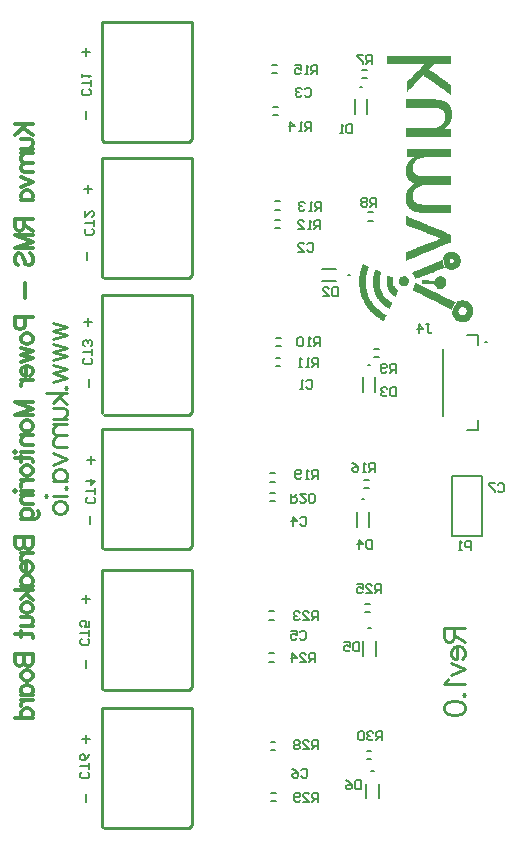
<source format=gbo>
G04*
G04 #@! TF.GenerationSoftware,Altium Limited,Altium Designer,18.1.7 (191)*
G04*
G04 Layer_Color=32896*
%FSLAX25Y25*%
%MOIN*%
G70*
G01*
G75*
%ADD10C,0.00787*%
%ADD11C,0.00500*%
%ADD12C,0.01000*%
%ADD13C,0.00800*%
%ADD44C,0.00984*%
%ADD45C,0.01378*%
G36*
X231008Y479105D02*
X252191D01*
Y476435D01*
X246673D01*
Y476257D01*
X246495D01*
Y475901D01*
X246317D01*
Y475723D01*
X246139D01*
Y475545D01*
X245961D01*
Y475367D01*
X245783D01*
Y475189D01*
X245605D01*
Y475011D01*
X245427D01*
Y474833D01*
X245249D01*
Y474655D01*
X245071D01*
Y474299D01*
X245427D01*
Y474121D01*
X245783D01*
Y473943D01*
X245961D01*
Y473765D01*
X246139D01*
Y473587D01*
X246495D01*
Y473409D01*
X246673D01*
Y473231D01*
X247029D01*
Y473053D01*
X247207D01*
Y472875D01*
X247563D01*
Y472697D01*
X247741D01*
Y472519D01*
X248097D01*
Y472341D01*
X248275D01*
Y472163D01*
X248453D01*
Y471985D01*
X248809D01*
Y471807D01*
X248987D01*
Y471629D01*
X249165D01*
Y471451D01*
X249521D01*
Y471273D01*
X249699D01*
Y471095D01*
X250055D01*
Y470917D01*
X250233D01*
Y470739D01*
X250411D01*
Y470561D01*
X250767D01*
Y470382D01*
X250945D01*
Y470204D01*
X251301D01*
Y470026D01*
X251479D01*
Y469848D01*
X251835D01*
Y469670D01*
X252013D01*
Y469492D01*
X252191D01*
Y466111D01*
X252013D01*
Y466289D01*
X251835D01*
Y466467D01*
X251657D01*
Y466644D01*
X251301D01*
Y466822D01*
X251123D01*
Y467000D01*
X250767D01*
Y467178D01*
X250589D01*
Y467356D01*
X250233D01*
Y467534D01*
X250055D01*
Y467712D01*
X249877D01*
Y467891D01*
X249521D01*
Y468069D01*
X249343D01*
Y468247D01*
X248987D01*
Y468425D01*
X248809D01*
Y468603D01*
X248631D01*
Y468781D01*
X248275D01*
Y468959D01*
X248097D01*
Y469136D01*
X247919D01*
Y469314D01*
X247563D01*
Y469492D01*
X247385D01*
Y469670D01*
X247029D01*
Y469848D01*
X246851D01*
Y470026D01*
X246495D01*
Y470204D01*
X246317D01*
Y470382D01*
X245961D01*
Y470561D01*
X245783D01*
Y470739D01*
X245605D01*
Y470917D01*
X245249D01*
Y471095D01*
X245071D01*
Y471273D01*
X244893D01*
Y471451D01*
X244536D01*
Y471629D01*
X244358D01*
Y471807D01*
X244003D01*
Y471985D01*
X243825D01*
Y472163D01*
X243468D01*
Y472341D01*
X243290D01*
Y472519D01*
X242934D01*
Y472341D01*
X242757D01*
Y472163D01*
X242579D01*
Y471985D01*
X242401D01*
Y471807D01*
X242222D01*
Y471629D01*
X242044D01*
Y471451D01*
X241866D01*
Y471273D01*
X241688D01*
Y471095D01*
X241511D01*
Y470917D01*
X241333D01*
Y470739D01*
X241155D01*
Y470561D01*
X240977D01*
Y470382D01*
X240798D01*
Y470204D01*
X240620D01*
Y470026D01*
X240442D01*
Y469848D01*
X240265D01*
Y469670D01*
X240087D01*
Y469492D01*
X239909D01*
Y469136D01*
X239552D01*
Y468781D01*
X239374D01*
Y468603D01*
X239196D01*
Y468425D01*
X239019D01*
Y468247D01*
X238841D01*
Y468069D01*
X238662D01*
Y467891D01*
X238485D01*
Y467712D01*
X238306D01*
Y467534D01*
X238128D01*
Y467356D01*
X237950D01*
Y467178D01*
X237772D01*
Y467000D01*
X237594D01*
Y470204D01*
X237772D01*
Y470561D01*
X238128D01*
Y470917D01*
X238306D01*
Y471095D01*
X238485D01*
Y471273D01*
X238662D01*
Y471451D01*
X238841D01*
Y471629D01*
X239019D01*
Y471807D01*
X239196D01*
Y471985D01*
X239374D01*
Y472163D01*
X239552D01*
Y472341D01*
X239731D01*
Y472519D01*
X239909D01*
Y472697D01*
X240087D01*
Y472875D01*
X240265D01*
Y473053D01*
X240442D01*
Y473231D01*
X240620D01*
Y473409D01*
X240798D01*
Y473587D01*
X240977D01*
Y473765D01*
X241155D01*
Y473943D01*
X241333D01*
Y474121D01*
X241511D01*
Y474299D01*
X241688D01*
Y474477D01*
X241866D01*
Y474655D01*
X242044D01*
Y474833D01*
X242222D01*
Y475011D01*
X242401D01*
Y475189D01*
X242579D01*
Y475367D01*
X242757D01*
Y475545D01*
X242934D01*
Y475723D01*
X243112D01*
Y475901D01*
X243290D01*
Y476079D01*
X243468D01*
Y476435D01*
X231008D01*
Y476257D01*
X230830D01*
Y479283D01*
X231008D01*
Y479105D01*
D02*
G37*
G36*
X247207Y464508D02*
X248809D01*
Y464330D01*
X249343D01*
Y464152D01*
X250055D01*
Y463975D01*
X250411D01*
Y463797D01*
X250767D01*
Y463618D01*
X250945D01*
Y463440D01*
X251123D01*
Y463262D01*
X251301D01*
Y463084D01*
X251479D01*
Y462907D01*
X251657D01*
Y462728D01*
X251835D01*
Y462372D01*
X252013D01*
Y462016D01*
X252191D01*
Y461660D01*
X252369D01*
Y461126D01*
X252547D01*
Y458100D01*
X252369D01*
Y457566D01*
X252191D01*
Y457032D01*
X252013D01*
Y456676D01*
X251835D01*
Y456320D01*
X251657D01*
Y456142D01*
X251479D01*
Y455964D01*
X251301D01*
Y455786D01*
X251123D01*
Y455430D01*
X250767D01*
Y455252D01*
X250589D01*
Y455074D01*
X250233D01*
Y454718D01*
X252191D01*
Y452048D01*
X237416D01*
Y454896D01*
X247207D01*
Y455074D01*
X247741D01*
Y455252D01*
X248275D01*
Y455430D01*
X248453D01*
Y455608D01*
X248809D01*
Y455786D01*
X248987D01*
Y455964D01*
X249165D01*
Y456142D01*
X249343D01*
Y456320D01*
X249521D01*
Y456498D01*
X249699D01*
Y456676D01*
X249877D01*
Y457032D01*
X250055D01*
Y457388D01*
X250233D01*
Y459880D01*
X250055D01*
Y460236D01*
X249877D01*
Y460592D01*
X249699D01*
Y460770D01*
X249521D01*
Y460948D01*
X249343D01*
Y461126D01*
X248987D01*
Y461304D01*
X248809D01*
Y461482D01*
X248275D01*
Y461660D01*
X247563D01*
Y461838D01*
X237416D01*
Y464686D01*
X247207D01*
Y464508D01*
D02*
G37*
G36*
X252191Y445284D02*
X243290D01*
Y445106D01*
X242579D01*
Y444928D01*
X242044D01*
Y444750D01*
X241688D01*
Y444572D01*
X241155D01*
Y444394D01*
X240977D01*
Y444216D01*
X240798D01*
Y444038D01*
X240620D01*
Y443860D01*
X240442D01*
Y443682D01*
X240265D01*
Y443504D01*
X240087D01*
Y443326D01*
X239909D01*
Y442970D01*
X239731D01*
Y442436D01*
X239552D01*
Y440834D01*
X239731D01*
Y440478D01*
X239909D01*
Y440122D01*
X240087D01*
Y439944D01*
X240265D01*
Y439766D01*
X240442D01*
Y439588D01*
X240620D01*
Y439410D01*
X240977D01*
Y439232D01*
X241333D01*
Y439054D01*
X242044D01*
Y438876D01*
X252191D01*
Y436028D01*
X243468D01*
Y435850D01*
X242579D01*
Y435672D01*
X242044D01*
Y435494D01*
X241688D01*
Y435316D01*
X241333D01*
Y435138D01*
X240977D01*
Y434960D01*
X240798D01*
Y434782D01*
X240620D01*
Y434604D01*
X240442D01*
Y434426D01*
X240265D01*
Y434248D01*
X240087D01*
Y434070D01*
X239909D01*
Y433536D01*
X239731D01*
Y433180D01*
X239552D01*
Y431578D01*
X239731D01*
Y431044D01*
X239909D01*
Y430866D01*
X240087D01*
Y430510D01*
X240265D01*
Y430332D01*
X240620D01*
Y430154D01*
X240798D01*
Y429976D01*
X241155D01*
Y429798D01*
X241688D01*
Y429620D01*
X242757D01*
Y429442D01*
X252191D01*
Y426772D01*
X241511D01*
Y426950D01*
X240442D01*
Y427128D01*
X240087D01*
Y427306D01*
X239552D01*
Y427484D01*
X239374D01*
Y427662D01*
X239019D01*
Y427840D01*
X238841D01*
Y428018D01*
X238485D01*
Y428374D01*
X238306D01*
Y428552D01*
X238128D01*
Y428730D01*
X237950D01*
Y429086D01*
X237772D01*
Y429442D01*
X237594D01*
Y429798D01*
X237416D01*
Y430688D01*
X237238D01*
Y432468D01*
X237416D01*
Y433358D01*
X237594D01*
Y433714D01*
X237772D01*
Y434248D01*
X237950D01*
Y434426D01*
X238128D01*
Y434782D01*
X238306D01*
Y434960D01*
X238485D01*
Y435138D01*
X238662D01*
Y435316D01*
X238841D01*
Y435494D01*
X239019D01*
Y435672D01*
X239196D01*
Y435850D01*
X239552D01*
Y436028D01*
X239731D01*
Y436206D01*
X240087D01*
Y436562D01*
X239731D01*
Y436740D01*
X239374D01*
Y436918D01*
X239196D01*
Y437096D01*
X238841D01*
Y437274D01*
X238662D01*
Y437452D01*
X238485D01*
Y437630D01*
X238306D01*
Y437808D01*
X238128D01*
Y437986D01*
X237950D01*
Y438342D01*
X237772D01*
Y438698D01*
X237594D01*
Y439054D01*
X237416D01*
Y439944D01*
X237238D01*
Y441546D01*
X237416D01*
Y442436D01*
X237594D01*
Y442792D01*
X237772D01*
Y443148D01*
X237950D01*
Y443504D01*
X238128D01*
Y443682D01*
X238306D01*
Y443860D01*
X238485D01*
Y444038D01*
X238662D01*
Y444216D01*
X238841D01*
Y444394D01*
X239019D01*
Y444572D01*
X239196D01*
Y444750D01*
X239374D01*
Y444928D01*
X239731D01*
Y445106D01*
X239909D01*
Y445462D01*
X239552D01*
Y445284D01*
X237594D01*
Y448132D01*
X252191D01*
Y445284D01*
D02*
G37*
G36*
X237594Y425526D02*
X237950D01*
Y425348D01*
X238306D01*
Y425170D01*
X238662D01*
Y424992D01*
X239196D01*
Y424814D01*
X239552D01*
Y424636D01*
X240087D01*
Y424458D01*
X240442D01*
Y424280D01*
X240977D01*
Y424102D01*
X241333D01*
Y423924D01*
X241866D01*
Y423746D01*
X242222D01*
Y423568D01*
X242579D01*
Y423390D01*
X243112D01*
Y423212D01*
X243468D01*
Y423034D01*
X244003D01*
Y422856D01*
X244358D01*
Y422678D01*
X244714D01*
Y422500D01*
X245071D01*
Y422322D01*
X245605D01*
Y422144D01*
X245961D01*
Y421966D01*
X246495D01*
Y421788D01*
X246851D01*
Y421610D01*
X247385D01*
Y421432D01*
X247741D01*
Y421254D01*
X248275D01*
Y421076D01*
X248631D01*
Y420898D01*
X249165D01*
Y420720D01*
X249521D01*
Y420542D01*
X249877D01*
Y420364D01*
X250411D01*
Y420186D01*
X250767D01*
Y420008D01*
X251123D01*
Y419830D01*
X251479D01*
Y419652D01*
X252013D01*
Y419474D01*
X252191D01*
Y416804D01*
X251835D01*
Y416626D01*
X251301D01*
Y416448D01*
X250945D01*
Y416270D01*
X250411D01*
Y416092D01*
X250055D01*
Y415914D01*
X249699D01*
Y415736D01*
X249165D01*
Y415558D01*
X248809D01*
Y415380D01*
X248275D01*
Y415202D01*
X247919D01*
Y415024D01*
X247385D01*
Y414846D01*
X247029D01*
Y414668D01*
X246673D01*
Y414490D01*
X246139D01*
Y414312D01*
X245783D01*
Y414134D01*
X245427D01*
Y413956D01*
X244893D01*
Y413778D01*
X244536D01*
Y413600D01*
X244003D01*
Y413422D01*
X243647D01*
Y413244D01*
X243112D01*
Y413066D01*
X242757D01*
Y412888D01*
X242222D01*
Y412710D01*
X241866D01*
Y412532D01*
X241511D01*
Y412354D01*
X240977D01*
Y412176D01*
X240620D01*
Y411998D01*
X240265D01*
Y411820D01*
X239731D01*
Y411642D01*
X239374D01*
Y411464D01*
X239019D01*
Y411286D01*
X238485D01*
Y411108D01*
X238128D01*
Y410930D01*
X237594D01*
Y410752D01*
X237416D01*
Y413778D01*
X237950D01*
Y413956D01*
X238306D01*
Y414134D01*
X238841D01*
Y414312D01*
X239196D01*
Y414490D01*
X239731D01*
Y414668D01*
X240087D01*
Y414846D01*
X240620D01*
Y415024D01*
X241155D01*
Y415202D01*
X241511D01*
Y415380D01*
X242044D01*
Y415558D01*
X242579D01*
Y415736D01*
X242934D01*
Y415914D01*
X243468D01*
Y416092D01*
X243825D01*
Y416270D01*
X244180D01*
Y416448D01*
X244714D01*
Y416626D01*
X245249D01*
Y416804D01*
X245605D01*
Y416982D01*
X246139D01*
Y417160D01*
X246495D01*
Y417338D01*
X247029D01*
Y417516D01*
X247563D01*
Y417694D01*
X247919D01*
Y417872D01*
X248453D01*
Y418050D01*
X248631D01*
Y418406D01*
X248097D01*
Y418584D01*
X247563D01*
Y418762D01*
X247207D01*
Y418940D01*
X246673D01*
Y419118D01*
X246317D01*
Y419296D01*
X245783D01*
Y419474D01*
X245249D01*
Y419652D01*
X244893D01*
Y419830D01*
X244358D01*
Y420008D01*
X244003D01*
Y420186D01*
X243647D01*
Y420364D01*
X243112D01*
Y420542D01*
X242757D01*
Y420720D01*
X242222D01*
Y420898D01*
X241866D01*
Y421076D01*
X241333D01*
Y421254D01*
X240798D01*
Y421432D01*
X240442D01*
Y421610D01*
X240087D01*
Y421788D01*
X239374D01*
Y421966D01*
X239019D01*
Y422144D01*
X238485D01*
Y422322D01*
X238128D01*
Y422500D01*
X237594D01*
Y422678D01*
X237416D01*
Y425704D01*
X237594D01*
Y425526D01*
D02*
G37*
G36*
X253081Y413600D02*
X253615D01*
Y413422D01*
X254149D01*
Y413244D01*
X254327D01*
Y413066D01*
X254505D01*
Y412888D01*
X254683D01*
Y412710D01*
X254861D01*
Y412532D01*
X255039D01*
Y412354D01*
X255217D01*
Y411998D01*
X255395D01*
Y411464D01*
X255573D01*
Y410040D01*
X255395D01*
Y409506D01*
X255217D01*
Y409150D01*
X255039D01*
Y408794D01*
X254861D01*
Y408616D01*
X254683D01*
Y408438D01*
X254505D01*
Y408260D01*
X254149D01*
Y408082D01*
X253971D01*
Y407904D01*
X253437D01*
Y407726D01*
X251657D01*
Y407904D01*
X251123D01*
Y408082D01*
X250945D01*
Y408260D01*
X250589D01*
Y408438D01*
X250055D01*
Y408260D01*
X249521D01*
Y408082D01*
X249165D01*
Y407904D01*
X248631D01*
Y407726D01*
X248275D01*
Y407548D01*
X247741D01*
Y407370D01*
X247385D01*
Y407192D01*
X246851D01*
Y407014D01*
X246495D01*
Y406836D01*
X245961D01*
Y406658D01*
X245427D01*
Y406480D01*
X244893D01*
Y406302D01*
X244536D01*
Y406124D01*
X244003D01*
Y405946D01*
X243647D01*
Y405768D01*
X243112D01*
Y405590D01*
X242757D01*
Y405412D01*
X242222D01*
Y405234D01*
X241866D01*
Y405056D01*
X241333D01*
Y404878D01*
X240798D01*
Y404700D01*
X240265D01*
Y405234D01*
X240087D01*
Y405590D01*
X239909D01*
Y405946D01*
X239731D01*
Y406302D01*
X239552D01*
Y406480D01*
X239374D01*
Y406836D01*
X239552D01*
Y407014D01*
X240087D01*
Y407192D01*
X240442D01*
Y407370D01*
X240977D01*
Y407548D01*
X241333D01*
Y407726D01*
X241866D01*
Y407904D01*
X242222D01*
Y408082D01*
X242579D01*
Y408260D01*
X243112D01*
Y408438D01*
X243468D01*
Y408616D01*
X243825D01*
Y408794D01*
X244358D01*
Y408972D01*
X244714D01*
Y409150D01*
X245071D01*
Y409328D01*
X245605D01*
Y409506D01*
X245961D01*
Y409684D01*
X246495D01*
Y409862D01*
X246851D01*
Y410040D01*
X247385D01*
Y410218D01*
X247741D01*
Y410396D01*
X248275D01*
Y410574D01*
X248631D01*
Y410752D01*
X248987D01*
Y410930D01*
X249343D01*
Y411108D01*
X249521D01*
Y411464D01*
X249699D01*
Y411998D01*
X249877D01*
Y412354D01*
X250055D01*
Y412532D01*
X250233D01*
Y412710D01*
X250411D01*
Y412888D01*
X250589D01*
Y413066D01*
X250767D01*
Y413244D01*
X250945D01*
Y413422D01*
X251479D01*
Y413600D01*
X252013D01*
Y413778D01*
X253081D01*
Y413600D01*
D02*
G37*
G36*
X249165Y405412D02*
X249521D01*
Y405234D01*
X249877D01*
Y405056D01*
X250055D01*
Y404878D01*
X250233D01*
Y404700D01*
X250411D01*
Y404522D01*
X250589D01*
Y404166D01*
X250767D01*
Y402564D01*
X250589D01*
Y402208D01*
X250411D01*
Y402030D01*
X250233D01*
Y401852D01*
X250055D01*
Y401674D01*
X249699D01*
Y401496D01*
X249343D01*
Y401318D01*
X248097D01*
Y401496D01*
X247741D01*
Y401674D01*
X247563D01*
Y401852D01*
X247207D01*
Y402208D01*
X247029D01*
Y402386D01*
X246851D01*
Y402742D01*
X246673D01*
Y402920D01*
X245605D01*
Y403098D01*
X242757D01*
Y404344D01*
X245071D01*
Y404166D01*
X246851D01*
Y404522D01*
X247029D01*
Y404700D01*
X247207D01*
Y404878D01*
X247385D01*
Y405056D01*
X247563D01*
Y405234D01*
X247919D01*
Y405412D01*
X248453D01*
Y405590D01*
X249165D01*
Y405412D01*
D02*
G37*
G36*
X237238D02*
X237416D01*
Y405234D01*
X237772D01*
Y405056D01*
X237950D01*
Y404700D01*
X238128D01*
Y404522D01*
X238306D01*
Y403276D01*
X238128D01*
Y402920D01*
X237950D01*
Y402742D01*
X237772D01*
Y402564D01*
X237594D01*
Y402386D01*
X237238D01*
Y402208D01*
X236170D01*
Y402386D01*
X235636D01*
Y402564D01*
X235458D01*
Y402742D01*
X235280D01*
Y403098D01*
X235102D01*
Y403632D01*
X234924D01*
Y404344D01*
X235102D01*
Y404700D01*
X235280D01*
Y405056D01*
X235458D01*
Y405234D01*
X235814D01*
Y405412D01*
X236170D01*
Y405590D01*
X237238D01*
Y405412D01*
D02*
G37*
G36*
X231720Y405590D02*
X232076D01*
Y405412D01*
X232432D01*
Y405234D01*
X232966D01*
Y405056D01*
X233144D01*
Y404522D01*
X232966D01*
Y403098D01*
X233144D01*
Y402386D01*
X233322D01*
Y402208D01*
X233500D01*
Y401852D01*
X233678D01*
Y401674D01*
X233856D01*
Y401496D01*
X234034D01*
Y401318D01*
X234212D01*
Y401140D01*
X234390D01*
Y400962D01*
X234568D01*
Y400784D01*
X234746D01*
Y400606D01*
X234568D01*
Y400250D01*
X234390D01*
Y399894D01*
X234212D01*
Y399360D01*
X234034D01*
Y399182D01*
X233856D01*
Y398826D01*
X233678D01*
Y399004D01*
X233322D01*
Y399182D01*
X232966D01*
Y399360D01*
X232788D01*
Y399538D01*
X232610D01*
Y399716D01*
X232432D01*
Y399894D01*
X232254D01*
Y400072D01*
X232076D01*
Y400250D01*
X231898D01*
Y400428D01*
X231720D01*
Y400784D01*
X231542D01*
Y400962D01*
X231364D01*
Y401496D01*
X231186D01*
Y401852D01*
X231008D01*
Y402386D01*
X230830D01*
Y404878D01*
X231008D01*
Y405590D01*
X231186D01*
Y405768D01*
X231720D01*
Y405590D01*
D02*
G37*
G36*
X227448Y407548D02*
X227982D01*
Y407370D01*
X228160D01*
Y407192D01*
X228694D01*
Y407014D01*
X229050D01*
Y406302D01*
X228872D01*
Y405946D01*
X228694D01*
Y405056D01*
X228516D01*
Y402208D01*
X228694D01*
Y401496D01*
X228872D01*
Y400962D01*
X229050D01*
Y400606D01*
X229228D01*
Y400250D01*
X229406D01*
Y399894D01*
X229584D01*
Y399538D01*
X229762D01*
Y399182D01*
X229940D01*
Y399004D01*
X230118D01*
Y398826D01*
X230296D01*
Y398648D01*
X230474D01*
Y398470D01*
X230652D01*
Y398114D01*
X231008D01*
Y397936D01*
X231186D01*
Y397758D01*
X231364D01*
Y397580D01*
X231542D01*
Y397402D01*
X231898D01*
Y397223D01*
X232076D01*
Y397046D01*
X232432D01*
Y396868D01*
X232610D01*
Y396690D01*
X232788D01*
Y396334D01*
X232610D01*
Y396156D01*
X232432D01*
Y395621D01*
X232254D01*
Y395266D01*
X232076D01*
Y394910D01*
X231898D01*
Y394731D01*
X231542D01*
Y394910D01*
X231364D01*
Y395088D01*
X231008D01*
Y395266D01*
X230652D01*
Y395444D01*
X230474D01*
Y395621D01*
X230118D01*
Y395799D01*
X229940D01*
Y395977D01*
X229762D01*
Y396156D01*
X229584D01*
Y396334D01*
X229406D01*
Y396512D01*
X229228D01*
Y396690D01*
X229050D01*
Y396868D01*
X228872D01*
Y397046D01*
X228694D01*
Y397223D01*
X228516D01*
Y397402D01*
X228338D01*
Y397758D01*
X228160D01*
Y397936D01*
X227982D01*
Y398114D01*
X227804D01*
Y398470D01*
X227626D01*
Y398826D01*
X227448D01*
Y399004D01*
X227270D01*
Y399360D01*
X227092D01*
Y399894D01*
X226914D01*
Y400250D01*
X226736D01*
Y400784D01*
X226558D01*
Y401674D01*
X226380D01*
Y402742D01*
X226202D01*
Y404700D01*
X226380D01*
Y405768D01*
X226558D01*
Y406480D01*
X226736D01*
Y407014D01*
X226914D01*
Y407548D01*
X227092D01*
Y407726D01*
X227448D01*
Y407548D01*
D02*
G37*
G36*
X240977Y403098D02*
X241155D01*
Y402920D01*
X241688D01*
Y402742D01*
X242044D01*
Y402564D01*
X242401D01*
Y402386D01*
X242757D01*
Y402208D01*
X243112D01*
Y402030D01*
X243468D01*
Y401852D01*
X243825D01*
Y401674D01*
X244180D01*
Y401496D01*
X244536D01*
Y401318D01*
X244893D01*
Y401140D01*
X245249D01*
Y400962D01*
X245605D01*
Y400784D01*
X245961D01*
Y400606D01*
X246317D01*
Y400428D01*
X246673D01*
Y400250D01*
X247207D01*
Y400072D01*
X247385D01*
Y399894D01*
X247919D01*
Y399716D01*
X248097D01*
Y399538D01*
X248631D01*
Y399360D01*
X248987D01*
Y399182D01*
X249343D01*
Y399004D01*
X249699D01*
Y398826D01*
X250055D01*
Y398648D01*
X250411D01*
Y398470D01*
X250767D01*
Y398292D01*
X251123D01*
Y398114D01*
X251657D01*
Y397936D01*
X251835D01*
Y397758D01*
X252369D01*
Y397580D01*
X252725D01*
Y397402D01*
X253081D01*
Y397223D01*
X253437D01*
Y397046D01*
X253793D01*
Y396868D01*
X253971D01*
Y396690D01*
X253793D01*
Y396512D01*
X253615D01*
Y396334D01*
X253437D01*
Y395977D01*
X253259D01*
Y395799D01*
X253081D01*
Y395444D01*
X252903D01*
Y395088D01*
X252725D01*
Y394375D01*
X252369D01*
Y394553D01*
X252013D01*
Y394731D01*
X251657D01*
Y394910D01*
X251301D01*
Y395088D01*
X250945D01*
Y395266D01*
X250589D01*
Y395444D01*
X250233D01*
Y395621D01*
X249877D01*
Y395799D01*
X249699D01*
Y395977D01*
X249165D01*
Y396156D01*
X248987D01*
Y396334D01*
X248453D01*
Y396512D01*
X248275D01*
Y396690D01*
X247919D01*
Y396868D01*
X247563D01*
Y397046D01*
X247207D01*
Y397223D01*
X246851D01*
Y397402D01*
X246495D01*
Y397580D01*
X246139D01*
Y397758D01*
X245783D01*
Y397936D01*
X245427D01*
Y398114D01*
X245071D01*
Y398292D01*
X244714D01*
Y398470D01*
X244358D01*
Y398648D01*
X244003D01*
Y398826D01*
X243647D01*
Y399004D01*
X243290D01*
Y399182D01*
X242934D01*
Y399360D01*
X242579D01*
Y399538D01*
X242222D01*
Y399716D01*
X241866D01*
Y399894D01*
X241511D01*
Y400072D01*
X241155D01*
Y400250D01*
X240798D01*
Y400428D01*
X240442D01*
Y400606D01*
X240087D01*
Y400784D01*
X239731D01*
Y400962D01*
X239374D01*
Y401140D01*
X239552D01*
Y401496D01*
X239731D01*
Y401674D01*
X239909D01*
Y402030D01*
X240087D01*
Y402564D01*
X240265D01*
Y402920D01*
X240442D01*
Y403276D01*
X240977D01*
Y403098D01*
D02*
G37*
G36*
X256819Y397402D02*
X257531D01*
Y397223D01*
X257887D01*
Y397046D01*
X258243D01*
Y396868D01*
X258421D01*
Y396690D01*
X258599D01*
Y396512D01*
X258777D01*
Y396334D01*
X258955D01*
Y396156D01*
X259133D01*
Y395977D01*
X259311D01*
Y395621D01*
X259489D01*
Y395266D01*
X259667D01*
Y392596D01*
X259489D01*
Y392239D01*
X259311D01*
Y391883D01*
X259133D01*
Y391705D01*
X258955D01*
Y391528D01*
X258777D01*
Y391350D01*
X258599D01*
Y391172D01*
X258421D01*
Y390993D01*
X258243D01*
Y390815D01*
X257887D01*
Y390637D01*
X257531D01*
Y390459D01*
X254861D01*
Y390637D01*
X254505D01*
Y390815D01*
X254149D01*
Y390993D01*
X253971D01*
Y391172D01*
X253793D01*
Y391350D01*
X253615D01*
Y391528D01*
X253437D01*
Y391705D01*
X253259D01*
Y391883D01*
X253081D01*
Y392239D01*
X252903D01*
Y392596D01*
X252725D01*
Y393307D01*
X252547D01*
Y394198D01*
X252725D01*
Y394020D01*
X252903D01*
Y394375D01*
X253081D01*
Y395088D01*
X253259D01*
Y395444D01*
X253437D01*
Y395799D01*
X253615D01*
Y395977D01*
X253793D01*
Y396156D01*
X253971D01*
Y396512D01*
X254149D01*
Y396690D01*
X254327D01*
Y397223D01*
X254861D01*
Y397402D01*
X255751D01*
Y397580D01*
X256819D01*
Y397402D01*
D02*
G37*
G36*
X223354Y409506D02*
X223710D01*
Y409328D01*
X224066D01*
Y409150D01*
X224422D01*
Y408972D01*
X224778D01*
Y408794D01*
X224956D01*
Y408260D01*
X224778D01*
Y407904D01*
X224600D01*
Y407370D01*
X224422D01*
Y406658D01*
X224244D01*
Y406124D01*
X224066D01*
Y404522D01*
X223888D01*
Y402920D01*
X224066D01*
Y401318D01*
X224244D01*
Y400606D01*
X224422D01*
Y399894D01*
X224600D01*
Y399538D01*
X224778D01*
Y398826D01*
X224956D01*
Y398470D01*
X225134D01*
Y398114D01*
X225312D01*
Y397936D01*
X225490D01*
Y397402D01*
X225668D01*
Y397223D01*
X225846D01*
Y396868D01*
X226024D01*
Y396690D01*
X226202D01*
Y396512D01*
X226380D01*
Y396156D01*
X226558D01*
Y395977D01*
X226736D01*
Y395799D01*
X226914D01*
Y395444D01*
X227092D01*
Y395266D01*
X227270D01*
Y395088D01*
X227448D01*
Y394910D01*
X227626D01*
Y394731D01*
X227982D01*
Y394553D01*
X228160D01*
Y394375D01*
X228338D01*
Y394198D01*
X228516D01*
Y394020D01*
X228872D01*
Y393842D01*
X229050D01*
Y393664D01*
X229228D01*
Y393485D01*
X229584D01*
Y393307D01*
X229762D01*
Y393129D01*
X230118D01*
Y392951D01*
X230474D01*
Y392774D01*
X230830D01*
Y392239D01*
X230652D01*
Y391883D01*
X230474D01*
Y391528D01*
X230296D01*
Y391172D01*
X230118D01*
Y390815D01*
X229940D01*
Y390637D01*
X229584D01*
Y390815D01*
X229228D01*
Y390993D01*
X229050D01*
Y391172D01*
X228694D01*
Y391350D01*
X228516D01*
Y391528D01*
X228160D01*
Y391705D01*
X227982D01*
Y391883D01*
X227626D01*
Y392061D01*
X227448D01*
Y392239D01*
X227092D01*
Y392418D01*
X226914D01*
Y392596D01*
X226736D01*
Y392774D01*
X226558D01*
Y392951D01*
X226380D01*
Y393129D01*
X226202D01*
Y393307D01*
X226024D01*
Y393485D01*
X225846D01*
Y393664D01*
X225668D01*
Y393842D01*
X225490D01*
Y394020D01*
X225312D01*
Y394198D01*
X225134D01*
Y394375D01*
X224956D01*
Y394731D01*
X224778D01*
Y394910D01*
X224600D01*
Y395088D01*
X224422D01*
Y395266D01*
X224244D01*
Y395621D01*
X224066D01*
Y395799D01*
X223888D01*
Y396156D01*
X223710D01*
Y396512D01*
X223532D01*
Y396690D01*
X223354D01*
Y397046D01*
X223176D01*
Y397580D01*
X222998D01*
Y397936D01*
X222820D01*
Y398292D01*
X222642D01*
Y398648D01*
X222464D01*
Y399360D01*
X222286D01*
Y399894D01*
X222108D01*
Y400784D01*
X221930D01*
Y401852D01*
X221752D01*
Y405590D01*
X221930D01*
Y406480D01*
X222108D01*
Y407370D01*
X222286D01*
Y407904D01*
X222464D01*
Y408438D01*
X222642D01*
Y408972D01*
X222820D01*
Y409506D01*
X222998D01*
Y409684D01*
X223354D01*
Y409506D01*
D02*
G37*
%LPC*%
G36*
X252725Y411464D02*
X252191D01*
Y411286D01*
X252013D01*
Y411108D01*
X251835D01*
Y410218D01*
X252013D01*
Y410040D01*
X252903D01*
Y410218D01*
X253081D01*
Y410396D01*
X253259D01*
Y410930D01*
X253081D01*
Y411108D01*
X252903D01*
Y411286D01*
X252725D01*
Y411464D01*
D02*
G37*
G36*
X249877Y411108D02*
X249699D01*
Y410930D01*
X249521D01*
Y410040D01*
X249699D01*
Y409506D01*
X249877D01*
Y409150D01*
X250055D01*
Y408794D01*
X250233D01*
Y408616D01*
X250589D01*
Y408438D01*
X250767D01*
Y408616D01*
X250589D01*
Y408794D01*
X250411D01*
Y409150D01*
X250233D01*
Y409506D01*
X250055D01*
Y410040D01*
X249877D01*
Y411108D01*
D02*
G37*
G36*
X256641Y395266D02*
X255573D01*
Y395088D01*
X255217D01*
Y394731D01*
X255039D01*
Y394553D01*
X254861D01*
Y394020D01*
X254683D01*
Y393664D01*
X254861D01*
Y393307D01*
X255039D01*
Y392951D01*
X255217D01*
Y392774D01*
X255573D01*
Y392596D01*
X256641D01*
Y392774D01*
X256997D01*
Y392951D01*
X257175D01*
Y393129D01*
X257353D01*
Y393664D01*
X257531D01*
Y394198D01*
X257353D01*
Y394731D01*
X257175D01*
Y394910D01*
X256997D01*
Y395088D01*
X256641D01*
Y395266D01*
D02*
G37*
%LPD*%
D10*
X264457Y383543D02*
X263669D01*
X264457D01*
X225551Y288193D02*
X224764D01*
X225551D01*
X226551Y240693D02*
X225764D01*
X226551D01*
X223394Y331193D02*
X222606D01*
X223394D01*
X218744Y406000D02*
X217957D01*
X218744D01*
X222807Y468787D02*
X222020D01*
X222807D01*
X225394Y376106D02*
X224606D01*
X225394D01*
X262500Y319158D02*
Y339158D01*
X252500Y319158D02*
X262500D01*
X252500D02*
Y339158D01*
X262500D01*
X191713Y291122D02*
X193287D01*
X191713Y293878D02*
X193287D01*
X191713Y279878D02*
X193287D01*
X191713Y277122D02*
X193287D01*
X192213Y247622D02*
X193787D01*
X192213Y250378D02*
X193787D01*
X192370Y233378D02*
X193945D01*
X192370Y230622D02*
X193945D01*
X223713Y293622D02*
X225287D01*
X223713Y296378D02*
X225287D01*
X226665Y378622D02*
X228240D01*
X226665Y381378D02*
X228240D01*
X224213Y244622D02*
X225787D01*
X224213Y247378D02*
X225787D01*
X223260Y335035D02*
X224835D01*
X223260Y337791D02*
X224835D01*
X193713Y427779D02*
X195287D01*
X193713Y430535D02*
X195287D01*
X193760Y424287D02*
X195335D01*
X193760Y421531D02*
X195335D01*
X224713Y424122D02*
X226287D01*
X224713Y426878D02*
X226287D01*
X222713Y474378D02*
X224287D01*
X222713Y471622D02*
X224287D01*
X193055Y462012D02*
X194630D01*
X193055Y459256D02*
X194630D01*
X192713Y473303D02*
X194287D01*
X192713Y476059D02*
X194287D01*
X192008Y330622D02*
X193583D01*
X192008Y333378D02*
X193583D01*
X191969Y339878D02*
X193543D01*
X191969Y337122D02*
X193543D01*
X193917Y375622D02*
X195492D01*
X193917Y378378D02*
X195492D01*
X193921Y385177D02*
X195496D01*
X193921Y382421D02*
X195496D01*
D11*
X261209Y354410D02*
Y357756D01*
X257567Y354410D02*
X261209D01*
Y382559D02*
Y385906D01*
X257567D02*
X261209D01*
X249791Y358937D02*
Y381378D01*
X223130Y279020D02*
Y283980D01*
X227185Y279020D02*
Y283980D01*
X224130Y231520D02*
Y236480D01*
X228185Y231520D02*
Y236480D01*
X220972Y322020D02*
Y326980D01*
X225028Y322020D02*
Y326980D01*
X209177Y408028D02*
X214138D01*
X209177Y403972D02*
X214138D01*
X220386Y459614D02*
Y464575D01*
X224441Y459614D02*
Y464575D01*
X222972Y366933D02*
Y371894D01*
X227028Y366933D02*
Y371894D01*
X229400Y250900D02*
Y253899D01*
X227901D01*
X227401Y253399D01*
Y252399D01*
X227901Y251900D01*
X229400D01*
X228400D02*
X227401Y250900D01*
X226401Y253399D02*
X225901Y253899D01*
X224902D01*
X224402Y253399D01*
Y252899D01*
X224902Y252399D01*
X225401D01*
X224902D01*
X224402Y251900D01*
Y251400D01*
X224902Y250900D01*
X225901D01*
X226401Y251400D01*
X223402Y253399D02*
X222902Y253899D01*
X221902D01*
X221403Y253399D01*
Y251400D01*
X221902Y250900D01*
X222902D01*
X223402Y251400D01*
Y253399D01*
X208100Y230400D02*
Y233399D01*
X206600D01*
X206101Y232899D01*
Y231899D01*
X206600Y231400D01*
X208100D01*
X207100D02*
X206101Y230400D01*
X203102D02*
X205101D01*
X203102Y232399D01*
Y232899D01*
X203601Y233399D01*
X204601D01*
X205101Y232899D01*
X202102Y230900D02*
X201602Y230400D01*
X200602D01*
X200103Y230900D01*
Y232899D01*
X200602Y233399D01*
X201602D01*
X202102Y232899D01*
Y232399D01*
X201602Y231899D01*
X200103D01*
X207900Y247900D02*
Y250899D01*
X206400D01*
X205901Y250399D01*
Y249399D01*
X206400Y248900D01*
X207900D01*
X206900D02*
X205901Y247900D01*
X202902D02*
X204901D01*
X202902Y249899D01*
Y250399D01*
X203401Y250899D01*
X204401D01*
X204901Y250399D01*
X201902D02*
X201402Y250899D01*
X200402D01*
X199903Y250399D01*
Y249899D01*
X200402Y249399D01*
X199903Y248900D01*
Y248400D01*
X200402Y247900D01*
X201402D01*
X201902Y248400D01*
Y248900D01*
X201402Y249399D01*
X201902Y249899D01*
Y250399D01*
X201402Y249399D02*
X200402D01*
X228900Y299900D02*
Y302899D01*
X227400D01*
X226901Y302399D01*
Y301399D01*
X227400Y300900D01*
X228900D01*
X227900D02*
X226901Y299900D01*
X223902D02*
X225901D01*
X223902Y301899D01*
Y302399D01*
X224401Y302899D01*
X225401D01*
X225901Y302399D01*
X220903Y302899D02*
X222902D01*
Y301399D01*
X221902Y301899D01*
X221402D01*
X220903Y301399D01*
Y300400D01*
X221402Y299900D01*
X222402D01*
X222902Y300400D01*
X206900Y276900D02*
Y279899D01*
X205400D01*
X204901Y279399D01*
Y278399D01*
X205400Y277900D01*
X206900D01*
X205900D02*
X204901Y276900D01*
X201902D02*
X203901D01*
X201902Y278899D01*
Y279399D01*
X202401Y279899D01*
X203401D01*
X203901Y279399D01*
X199402Y276900D02*
Y279899D01*
X200902Y278399D01*
X198903D01*
X207900Y290900D02*
Y293899D01*
X206400D01*
X205901Y293399D01*
Y292400D01*
X206400Y291900D01*
X207900D01*
X206900D02*
X205901Y290900D01*
X202902D02*
X204901D01*
X202902Y292899D01*
Y293399D01*
X203401Y293899D01*
X204401D01*
X204901Y293399D01*
X201902D02*
X201402Y293899D01*
X200402D01*
X199903Y293399D01*
Y292899D01*
X200402Y292400D01*
X200902D01*
X200402D01*
X199903Y291900D01*
Y291400D01*
X200402Y290900D01*
X201402D01*
X201902Y291400D01*
X258900Y314243D02*
Y317242D01*
X257400D01*
X256901Y316742D01*
Y315742D01*
X257400Y315242D01*
X258900D01*
X255901Y314243D02*
X254901D01*
X255401D01*
Y317242D01*
X255901Y316742D01*
X222300Y237557D02*
Y234558D01*
X220800D01*
X220301Y235057D01*
Y237057D01*
X220800Y237557D01*
X222300D01*
X217302D02*
X218301Y237057D01*
X219301Y236057D01*
Y235057D01*
X218801Y234558D01*
X217801D01*
X217302Y235057D01*
Y235557D01*
X217801Y236057D01*
X219301D01*
X221800Y283657D02*
Y280658D01*
X220301D01*
X219801Y281157D01*
Y283157D01*
X220301Y283657D01*
X221800D01*
X216802D02*
X218801D01*
Y282157D01*
X217801Y282657D01*
X217302D01*
X216802Y282157D01*
Y281157D01*
X217302Y280658D01*
X218301D01*
X218801Y281157D01*
X267901Y336100D02*
X268401Y336600D01*
X269400D01*
X269900Y336100D01*
Y334101D01*
X269400Y333601D01*
X268401D01*
X267901Y334101D01*
X266901Y336600D02*
X264902D01*
Y336100D01*
X266901Y334101D01*
Y333601D01*
X202401Y240899D02*
X202901Y241399D01*
X203900D01*
X204400Y240899D01*
Y238900D01*
X203900Y238400D01*
X202901D01*
X202401Y238900D01*
X199402Y241399D02*
X200401Y240899D01*
X201401Y239899D01*
Y238900D01*
X200901Y238400D01*
X199901D01*
X199402Y238900D01*
Y239400D01*
X199901Y239899D01*
X201401D01*
X201901Y286899D02*
X202400Y287399D01*
X203400D01*
X203900Y286899D01*
Y284900D01*
X203400Y284400D01*
X202400D01*
X201901Y284900D01*
X198902Y287399D02*
X200901D01*
Y285899D01*
X199901Y286399D01*
X199401D01*
X198902Y285899D01*
Y284900D01*
X199401Y284400D01*
X200401D01*
X200901Y284900D01*
X198895Y333100D02*
Y330101D01*
X200395D01*
X200895Y330601D01*
Y331600D01*
X200395Y332100D01*
X198895D01*
X199895D02*
X200895Y333100D01*
X203894D02*
X201894D01*
X203894Y331101D01*
Y330601D01*
X203394Y330101D01*
X202394D01*
X201894Y330601D01*
X204893D02*
X205393Y330101D01*
X206393D01*
X206893Y330601D01*
Y332600D01*
X206393Y333100D01*
X205393D01*
X204893Y332600D01*
Y330601D01*
X207900Y338156D02*
Y341155D01*
X206400D01*
X205901Y340655D01*
Y339655D01*
X206400Y339156D01*
X207900D01*
X206900D02*
X205901Y338156D01*
X204901D02*
X203901D01*
X204401D01*
Y341155D01*
X204901Y340655D01*
X202402Y338656D02*
X201902Y338156D01*
X200902D01*
X200402Y338656D01*
Y340655D01*
X200902Y341155D01*
X201902D01*
X202402Y340655D01*
Y340155D01*
X201902Y339655D01*
X200402D01*
X226900Y340400D02*
Y343399D01*
X225400D01*
X224901Y342899D01*
Y341899D01*
X225400Y341400D01*
X226900D01*
X225900D02*
X224901Y340400D01*
X223901D02*
X222901D01*
X223401D01*
Y343399D01*
X223901Y342899D01*
X219402Y343399D02*
X220402Y342899D01*
X221402Y341899D01*
Y340900D01*
X220902Y340400D01*
X219902D01*
X219402Y340900D01*
Y341400D01*
X219902Y341899D01*
X221402D01*
X209057Y427400D02*
Y430399D01*
X207558D01*
X207058Y429899D01*
Y428899D01*
X207558Y428400D01*
X209057D01*
X208058D02*
X207058Y427400D01*
X206058D02*
X205059D01*
X205559D01*
Y430399D01*
X206058Y429899D01*
X203559D02*
X203059Y430399D01*
X202060D01*
X201560Y429899D01*
Y429399D01*
X202060Y428899D01*
X202560D01*
X202060D01*
X201560Y428400D01*
Y427900D01*
X202060Y427400D01*
X203059D01*
X203559Y427900D01*
X208819Y421258D02*
Y424257D01*
X207319D01*
X206820Y423758D01*
Y422758D01*
X207319Y422258D01*
X208819D01*
X207819D02*
X206820Y421258D01*
X205820D02*
X204820D01*
X205320D01*
Y424257D01*
X205820Y423758D01*
X201321Y421258D02*
X203321D01*
X201321Y423258D01*
Y423758D01*
X201821Y424257D01*
X202821D01*
X203321Y423758D01*
X208105Y375463D02*
Y378462D01*
X206605D01*
X206105Y377962D01*
Y376962D01*
X206605Y376463D01*
X208105D01*
X207105D02*
X206105Y375463D01*
X205106D02*
X204106D01*
X204606D01*
Y378462D01*
X205106Y377962D01*
X202607Y375463D02*
X201607D01*
X202107D01*
Y378462D01*
X202607Y377962D01*
X208609Y382199D02*
Y385198D01*
X207109D01*
X206609Y384698D01*
Y383699D01*
X207109Y383199D01*
X208609D01*
X207609D02*
X206609Y382199D01*
X205610D02*
X204610D01*
X205110D01*
Y385198D01*
X205610Y384698D01*
X203110D02*
X202611Y385198D01*
X201611D01*
X201111Y384698D01*
Y382699D01*
X201611Y382199D01*
X202611D01*
X203110Y382699D01*
Y384698D01*
X233947Y373400D02*
Y376399D01*
X232448D01*
X231948Y375899D01*
Y374900D01*
X232448Y374400D01*
X233947D01*
X232948D02*
X231948Y373400D01*
X230948Y373900D02*
X230448Y373400D01*
X229449D01*
X228949Y373900D01*
Y375899D01*
X229449Y376399D01*
X230448D01*
X230948Y375899D01*
Y375399D01*
X230448Y374900D01*
X228949D01*
X227450Y428803D02*
Y431802D01*
X225951D01*
X225451Y431302D01*
Y430302D01*
X225951Y429803D01*
X227450D01*
X226450D02*
X225451Y428803D01*
X224451Y431302D02*
X223951Y431802D01*
X222952D01*
X222452Y431302D01*
Y430802D01*
X222952Y430302D01*
X222452Y429803D01*
Y429303D01*
X222952Y428803D01*
X223951D01*
X224451Y429303D01*
Y429803D01*
X223951Y430302D01*
X224451Y430802D01*
Y431302D01*
X223951Y430302D02*
X222952D01*
X226000Y317799D02*
Y314800D01*
X224500D01*
X224001Y315300D01*
Y317299D01*
X224500Y317799D01*
X226000D01*
X221501Y314800D02*
Y317799D01*
X223001Y316300D01*
X221002D01*
X234044Y368656D02*
Y365657D01*
X232545D01*
X232045Y366157D01*
Y368157D01*
X232545Y368656D01*
X234044D01*
X231045Y368157D02*
X230545Y368656D01*
X229546D01*
X229046Y368157D01*
Y367657D01*
X229546Y367157D01*
X230045D01*
X229546D01*
X229046Y366657D01*
Y366157D01*
X229546Y365657D01*
X230545D01*
X231045Y366157D01*
X214500Y401957D02*
Y398957D01*
X213000D01*
X212501Y399457D01*
Y401457D01*
X213000Y401957D01*
X214500D01*
X209502Y398957D02*
X211501D01*
X209502Y400957D01*
Y401457D01*
X210001Y401957D01*
X211001D01*
X211501Y401457D01*
X202046Y324903D02*
X202546Y325403D01*
X203546D01*
X204046Y324903D01*
Y322904D01*
X203546Y322404D01*
X202546D01*
X202046Y322904D01*
X199547Y322404D02*
Y325403D01*
X201047Y323903D01*
X199047D01*
X204401Y416257D02*
X204901Y416756D01*
X205900D01*
X206400Y416257D01*
Y414257D01*
X205900Y413758D01*
X204901D01*
X204401Y414257D01*
X201402Y413758D02*
X203401D01*
X201402Y415757D01*
Y416257D01*
X201901Y416756D01*
X202901D01*
X203401Y416257D01*
X204133Y370657D02*
X204633Y371157D01*
X205632D01*
X206132Y370657D01*
Y368657D01*
X205632Y368158D01*
X204633D01*
X204133Y368657D01*
X203133Y368158D02*
X202133D01*
X202633D01*
Y371157D01*
X203133Y370657D01*
X207700Y472900D02*
Y475899D01*
X206201D01*
X205701Y475399D01*
Y474400D01*
X206201Y473900D01*
X207700D01*
X206700D02*
X205701Y472900D01*
X204701D02*
X203701D01*
X204201D01*
Y475899D01*
X204701Y475399D01*
X200202Y475899D02*
X202202D01*
Y474400D01*
X201202Y474899D01*
X200702D01*
X200202Y474400D01*
Y473400D01*
X200702Y472900D01*
X201702D01*
X202202Y473400D01*
X205685Y454095D02*
Y457094D01*
X204186D01*
X203686Y456595D01*
Y455595D01*
X204186Y455095D01*
X205685D01*
X204685D02*
X203686Y454095D01*
X202686D02*
X201686D01*
X202186D01*
Y457094D01*
X202686Y456595D01*
X198687Y454095D02*
Y457094D01*
X200187Y455595D01*
X198187D01*
X225900Y476400D02*
Y479399D01*
X224400D01*
X223901Y478899D01*
Y477900D01*
X224400Y477400D01*
X225900D01*
X224900D02*
X223901Y476400D01*
X222901Y479399D02*
X220902D01*
Y478899D01*
X222901Y476900D01*
Y476400D01*
X244101Y389557D02*
X245100D01*
X244601D01*
Y387057D01*
X245100Y386558D01*
X245600D01*
X246100Y387057D01*
X241601Y386558D02*
Y389557D01*
X243101Y388057D01*
X241102D01*
X219357Y456199D02*
Y453200D01*
X217858D01*
X217358Y453700D01*
Y455699D01*
X217858Y456199D01*
X219357D01*
X216358Y453200D02*
X215359D01*
X215859D01*
Y456199D01*
X216358Y455699D01*
X203501Y467899D02*
X204000Y468399D01*
X205000D01*
X205500Y467899D01*
Y465900D01*
X205000Y465400D01*
X204000D01*
X203501Y465900D01*
X202501Y467899D02*
X202001Y468399D01*
X201001D01*
X200502Y467899D01*
Y467399D01*
X201001Y466899D01*
X201501D01*
X201001D01*
X200502Y466400D01*
Y465900D01*
X201001Y465400D01*
X202001D01*
X202501Y465900D01*
D12*
X136000Y222100D02*
Y261600D01*
X136500Y221600D02*
X165000D01*
X166000Y222600D01*
Y261600D01*
X136000D02*
X166000D01*
X136000Y268100D02*
Y307600D01*
X136500Y267600D02*
X165000D01*
X166000Y268600D01*
Y307600D01*
X136000D02*
X166000D01*
X136000Y315100D02*
Y354600D01*
X136500Y314600D02*
X165000D01*
X166000Y315600D01*
Y354600D01*
X136000D02*
X166000D01*
X136000Y360000D02*
Y399500D01*
X136500Y359500D02*
X165000D01*
X166000Y360500D01*
Y399500D01*
X136000D02*
X166000D01*
X136000Y405400D02*
Y444900D01*
X136500Y404900D02*
X165000D01*
X166000Y405900D01*
Y444900D01*
X136000D02*
X166000D01*
X136000Y490500D02*
X166000D01*
Y451500D02*
Y490500D01*
X165000Y450500D02*
X166000Y451500D01*
X136500Y450500D02*
X165000D01*
X136000Y451000D02*
X136500Y450500D01*
X136000Y451000D02*
Y490500D01*
D13*
X132000Y480184D02*
X129334D01*
X130667Y481517D02*
Y478852D01*
X131684Y467999D02*
X132184Y467499D01*
Y466500D01*
X131684Y466000D01*
X129685D01*
X129185Y466500D01*
Y467499D01*
X129685Y467999D01*
X132184Y468999D02*
Y470998D01*
Y469999D01*
X129185D01*
Y471998D02*
Y472998D01*
Y472498D01*
X132184D01*
X131684Y471998D01*
X130499Y458000D02*
Y460666D01*
X132684Y421499D02*
X133184Y420999D01*
Y420000D01*
X132684Y419500D01*
X130685D01*
X130185Y420000D01*
Y420999D01*
X130685Y421499D01*
X133184Y422499D02*
Y424498D01*
Y423499D01*
X130185D01*
Y427497D02*
Y425498D01*
X132184Y427497D01*
X132684D01*
X133184Y426998D01*
Y425998D01*
X132684Y425498D01*
X132500Y434684D02*
X129834D01*
X131167Y436017D02*
Y433352D01*
X130999Y411085D02*
Y413751D01*
X132500Y390499D02*
X129834D01*
X131167Y391832D02*
Y389166D01*
X132184Y378318D02*
X132684Y377818D01*
Y376819D01*
X132184Y376319D01*
X130185D01*
X129685Y376819D01*
Y377818D01*
X130185Y378318D01*
X132684Y379318D02*
Y381317D01*
Y380318D01*
X129685D01*
X132184Y382317D02*
X132684Y382817D01*
Y383817D01*
X132184Y384316D01*
X131684D01*
X131185Y383817D01*
Y383317D01*
Y383817D01*
X130685Y384316D01*
X130185D01*
X129685Y383817D01*
Y382817D01*
X130185Y382317D01*
X131499Y368819D02*
Y371485D01*
X133184Y331976D02*
X133684Y331476D01*
Y330476D01*
X133184Y329976D01*
X131185D01*
X130685Y330476D01*
Y331476D01*
X131185Y331976D01*
X133684Y332975D02*
Y334975D01*
Y333975D01*
X130685D01*
Y337474D02*
X133684D01*
X132185Y335974D01*
Y337974D01*
X133500Y344503D02*
X130834D01*
X132167Y345836D02*
Y343170D01*
X131999Y323134D02*
Y325800D01*
X131184Y284818D02*
X131684Y284318D01*
Y283319D01*
X131184Y282819D01*
X129185D01*
X128685Y283319D01*
Y284318D01*
X129185Y284818D01*
X131684Y285818D02*
Y287817D01*
Y286818D01*
X128685D01*
X131684Y290816D02*
Y288817D01*
X130185D01*
X130684Y289817D01*
Y290317D01*
X130185Y290816D01*
X129185D01*
X128685Y290317D01*
Y289317D01*
X129185Y288817D01*
X132000Y298003D02*
X129334D01*
X130667Y299336D02*
Y296670D01*
X130499Y274976D02*
Y277642D01*
X131184Y240318D02*
X131684Y239818D01*
Y238819D01*
X131184Y238319D01*
X129185D01*
X128685Y238819D01*
Y239818D01*
X129185Y240318D01*
X131684Y241318D02*
Y243317D01*
Y242318D01*
X128685D01*
X131684Y246316D02*
X131184Y245317D01*
X130185Y244317D01*
X129185D01*
X128685Y244817D01*
Y245816D01*
X129185Y246316D01*
X129685D01*
X130185Y245816D01*
Y244317D01*
X132000Y251503D02*
X129334D01*
X130667Y252836D02*
Y250170D01*
X130499Y230476D02*
Y233142D01*
D44*
X249885Y288500D02*
X256970D01*
X249885D02*
Y285464D01*
X250223Y284451D01*
X250560Y284114D01*
X251235Y283777D01*
X251909D01*
X252584Y284114D01*
X252922Y284451D01*
X253259Y285464D01*
Y288500D01*
Y286138D02*
X256970Y283777D01*
X254271Y282191D02*
Y278142D01*
X253596D01*
X252922Y278480D01*
X252584Y278817D01*
X252247Y279492D01*
Y280504D01*
X252584Y281179D01*
X253259Y281854D01*
X254271Y282191D01*
X254946D01*
X255958Y281854D01*
X256633Y281179D01*
X256970Y280504D01*
Y279492D01*
X256633Y278817D01*
X255958Y278142D01*
X252247Y276624D02*
X256970Y274600D01*
X252247Y272575D02*
X256970Y274600D01*
X251235Y271428D02*
X250897Y270754D01*
X249885Y269741D01*
X256970D01*
X256295Y265895D02*
X256633Y266233D01*
X256970Y265895D01*
X256633Y265558D01*
X256295Y265895D01*
X249885Y261982D02*
X250223Y262994D01*
X251235Y263668D01*
X252922Y264006D01*
X253934D01*
X255621Y263668D01*
X256633Y262994D01*
X256970Y261982D01*
Y261307D01*
X256633Y260295D01*
X255621Y259620D01*
X253934Y259282D01*
X252922D01*
X251235Y259620D01*
X250223Y260295D01*
X249885Y261307D01*
Y261982D01*
X119747Y390000D02*
X124470Y388650D01*
X119747Y387301D02*
X124470Y388650D01*
X119747Y387301D02*
X124470Y385951D01*
X119747Y384602D02*
X124470Y385951D01*
X119747Y382949D02*
X124470Y381599D01*
X119747Y380250D02*
X124470Y381599D01*
X119747Y380250D02*
X124470Y378900D01*
X119747Y377551D02*
X124470Y378900D01*
X119747Y375897D02*
X124470Y374548D01*
X119747Y373198D02*
X124470Y374548D01*
X119747Y373198D02*
X124470Y371849D01*
X119747Y370499D02*
X124470Y371849D01*
X123795Y368509D02*
X124133Y368846D01*
X124470Y368509D01*
X124133Y368171D01*
X123795Y368509D01*
X117385Y366619D02*
X124470D01*
X119747Y363245D02*
X123121Y366619D01*
X121771Y365270D02*
X124470Y362908D01*
X119747Y361795D02*
X123121D01*
X124133Y361457D01*
X124470Y360782D01*
Y359770D01*
X124133Y359096D01*
X123121Y358083D01*
X119747D02*
X124470D01*
X119747Y356228D02*
X124470D01*
X121096D02*
X120084Y355216D01*
X119747Y354541D01*
Y353529D01*
X120084Y352854D01*
X121096Y352517D01*
X124470D01*
X121096D02*
X120084Y351504D01*
X119747Y350830D01*
Y349817D01*
X120084Y349143D01*
X121096Y348805D01*
X124470D01*
X119747Y346579D02*
X124470Y344554D01*
X119747Y342530D02*
X124470Y344554D01*
X119747Y337334D02*
X124470D01*
X120759D02*
X120084Y338009D01*
X119747Y338684D01*
Y339696D01*
X120084Y340371D01*
X120759Y341045D01*
X121771Y341383D01*
X122446D01*
X123458Y341045D01*
X124133Y340371D01*
X124470Y339696D01*
Y338684D01*
X124133Y338009D01*
X123458Y337334D01*
X123795Y335107D02*
X124133Y335445D01*
X124470Y335107D01*
X124133Y334770D01*
X123795Y335107D01*
X117385Y332543D02*
X117723Y332206D01*
X117385Y331869D01*
X117048Y332206D01*
X117385Y332543D01*
X119747Y332206D02*
X124470D01*
X119747Y328933D02*
X120084Y329608D01*
X120759Y330283D01*
X121771Y330620D01*
X122446D01*
X123458Y330283D01*
X124133Y329608D01*
X124470Y328933D01*
Y327921D01*
X124133Y327246D01*
X123458Y326572D01*
X122446Y326234D01*
X121771D01*
X120759Y326572D01*
X120084Y327246D01*
X119747Y327921D01*
Y328933D01*
D45*
X107066Y456500D02*
X112970D01*
X107066Y452564D02*
X111002Y456500D01*
X109596Y455094D02*
X112970Y452564D01*
X109034Y451242D02*
X111846D01*
X112689Y450961D01*
X112970Y450399D01*
Y449555D01*
X112689Y448993D01*
X111846Y448150D01*
X109034D02*
X112970D01*
X109034Y446603D02*
X112970D01*
X110159D02*
X109315Y445760D01*
X109034Y445198D01*
Y444354D01*
X109315Y443792D01*
X110159Y443511D01*
X112970D01*
X110159D02*
X109315Y442667D01*
X109034Y442105D01*
Y441261D01*
X109315Y440699D01*
X110159Y440418D01*
X112970D01*
X109034Y438562D02*
X112970Y436875D01*
X109034Y435188D02*
X112970Y436875D01*
X109034Y430859D02*
X112970D01*
X109878D02*
X109315Y431421D01*
X109034Y431983D01*
Y432827D01*
X109315Y433389D01*
X109878Y433951D01*
X110721Y434233D01*
X111283D01*
X112127Y433951D01*
X112689Y433389D01*
X112970Y432827D01*
Y431983D01*
X112689Y431421D01*
X112127Y430859D01*
X107066Y424645D02*
X112970D01*
X107066D02*
Y422115D01*
X107347Y421271D01*
X107628Y420990D01*
X108191Y420709D01*
X108753D01*
X109315Y420990D01*
X109596Y421271D01*
X109878Y422115D01*
Y424645D01*
Y422677D02*
X112970Y420709D01*
X107066Y419388D02*
X112970D01*
X107066D02*
X112970Y417138D01*
X107066Y414889D02*
X112970Y417138D01*
X107066Y414889D02*
X112970D01*
X107910Y409266D02*
X107347Y409828D01*
X107066Y410672D01*
Y411796D01*
X107347Y412640D01*
X107910Y413202D01*
X108472D01*
X109034Y412921D01*
X109315Y412640D01*
X109596Y412078D01*
X110159Y410391D01*
X110440Y409828D01*
X110721Y409547D01*
X111283Y409266D01*
X112127D01*
X112689Y409828D01*
X112970Y410672D01*
Y411796D01*
X112689Y412640D01*
X112127Y413202D01*
X110440Y403306D02*
Y398245D01*
X110159Y391863D02*
Y389332D01*
X109878Y388489D01*
X109596Y388208D01*
X109034Y387926D01*
X108191D01*
X107628Y388208D01*
X107347Y388489D01*
X107066Y389332D01*
Y391863D01*
X112970D01*
X109034Y385199D02*
X109315Y385761D01*
X109878Y386324D01*
X110721Y386605D01*
X111283D01*
X112127Y386324D01*
X112689Y385761D01*
X112970Y385199D01*
Y384356D01*
X112689Y383793D01*
X112127Y383231D01*
X111283Y382950D01*
X110721D01*
X109878Y383231D01*
X109315Y383793D01*
X109034Y384356D01*
Y385199D01*
Y381657D02*
X112970Y380532D01*
X109034Y379407D02*
X112970Y380532D01*
X109034Y379407D02*
X112970Y378283D01*
X109034Y377158D02*
X112970Y378283D01*
X110721Y375781D02*
Y372407D01*
X110159D01*
X109596Y372688D01*
X109315Y372969D01*
X109034Y373531D01*
Y374375D01*
X109315Y374937D01*
X109878Y375499D01*
X110721Y375781D01*
X111283D01*
X112127Y375499D01*
X112689Y374937D01*
X112970Y374375D01*
Y373531D01*
X112689Y372969D01*
X112127Y372407D01*
X109034Y371142D02*
X112970D01*
X110721D02*
X109878Y370860D01*
X109315Y370298D01*
X109034Y369736D01*
Y368892D01*
X107066Y363719D02*
X112970D01*
X107066D02*
X112970Y361470D01*
X107066Y359221D02*
X112970Y361470D01*
X107066Y359221D02*
X112970D01*
X109034Y356128D02*
X109315Y356690D01*
X109878Y357252D01*
X110721Y357534D01*
X111283D01*
X112127Y357252D01*
X112689Y356690D01*
X112970Y356128D01*
Y355284D01*
X112689Y354722D01*
X112127Y354160D01*
X111283Y353879D01*
X110721D01*
X109878Y354160D01*
X109315Y354722D01*
X109034Y355284D01*
Y356128D01*
Y352585D02*
X112970D01*
X110159D02*
X109315Y351742D01*
X109034Y351180D01*
Y350336D01*
X109315Y349774D01*
X110159Y349493D01*
X112970D01*
X107066Y347384D02*
X107347Y347103D01*
X107066Y346822D01*
X106785Y347103D01*
X107066Y347384D01*
X109034Y347103D02*
X112970D01*
X107066Y344938D02*
X111846D01*
X112689Y344657D01*
X112970Y344094D01*
Y343532D01*
X109034Y345781D02*
Y343813D01*
Y341283D02*
X109315Y341845D01*
X109878Y342407D01*
X110721Y342689D01*
X111283D01*
X112127Y342407D01*
X112689Y341845D01*
X112970Y341283D01*
Y340439D01*
X112689Y339877D01*
X112127Y339315D01*
X111283Y339034D01*
X110721D01*
X109878Y339315D01*
X109315Y339877D01*
X109034Y340439D01*
Y341283D01*
Y337740D02*
X112970D01*
X110721D02*
X109878Y337459D01*
X109315Y336897D01*
X109034Y336334D01*
Y335491D01*
X107066Y334395D02*
X107347Y334113D01*
X107066Y333832D01*
X106785Y334113D01*
X107066Y334395D01*
X109034Y334113D02*
X112970D01*
X109034Y332792D02*
X112970D01*
X110159D02*
X109315Y331948D01*
X109034Y331386D01*
Y330543D01*
X109315Y329980D01*
X110159Y329699D01*
X112970D01*
X109034Y324779D02*
X113533D01*
X114376Y325060D01*
X114657Y325341D01*
X114938Y325904D01*
Y326747D01*
X114657Y327309D01*
X109878Y324779D02*
X109315Y325341D01*
X109034Y325904D01*
Y326747D01*
X109315Y327309D01*
X109878Y327872D01*
X110721Y328153D01*
X111283D01*
X112127Y327872D01*
X112689Y327309D01*
X112970Y326747D01*
Y325904D01*
X112689Y325341D01*
X112127Y324779D01*
X107066Y318566D02*
X112970D01*
X107066D02*
Y316035D01*
X107347Y315192D01*
X107628Y314911D01*
X108191Y314629D01*
X108753D01*
X109315Y314911D01*
X109596Y315192D01*
X109878Y316035D01*
Y318566D02*
Y316035D01*
X110159Y315192D01*
X110440Y314911D01*
X111002Y314629D01*
X111846D01*
X112408Y314911D01*
X112689Y315192D01*
X112970Y316035D01*
Y318566D01*
X109034Y313308D02*
X112970D01*
X110721D02*
X109878Y313027D01*
X109315Y312464D01*
X109034Y311902D01*
Y311059D01*
X110721Y310525D02*
Y307151D01*
X110159D01*
X109596Y307432D01*
X109315Y307713D01*
X109034Y308275D01*
Y309119D01*
X109315Y309681D01*
X109878Y310243D01*
X110721Y310525D01*
X111283D01*
X112127Y310243D01*
X112689Y309681D01*
X112970Y309119D01*
Y308275D01*
X112689Y307713D01*
X112127Y307151D01*
X109034Y302512D02*
X112970D01*
X109878D02*
X109315Y303074D01*
X109034Y303636D01*
Y304480D01*
X109315Y305042D01*
X109878Y305604D01*
X110721Y305886D01*
X111283D01*
X112127Y305604D01*
X112689Y305042D01*
X112970Y304480D01*
Y303636D01*
X112689Y303074D01*
X112127Y302512D01*
X107066Y300937D02*
X112970D01*
X109034Y298126D02*
X111846Y300937D01*
X110721Y299813D02*
X112970Y297845D01*
X109034Y295511D02*
X109315Y296073D01*
X109878Y296636D01*
X110721Y296917D01*
X111283D01*
X112127Y296636D01*
X112689Y296073D01*
X112970Y295511D01*
Y294667D01*
X112689Y294105D01*
X112127Y293543D01*
X111283Y293262D01*
X110721D01*
X109878Y293543D01*
X109315Y294105D01*
X109034Y294667D01*
Y295511D01*
Y291968D02*
X111846D01*
X112689Y291687D01*
X112970Y291125D01*
Y290281D01*
X112689Y289719D01*
X111846Y288876D01*
X109034D02*
X112970D01*
X107066Y286486D02*
X111846D01*
X112689Y286205D01*
X112970Y285642D01*
Y285080D01*
X109034Y287329D02*
Y285361D01*
X107066Y279598D02*
X112970D01*
X107066D02*
Y277067D01*
X107347Y276224D01*
X107628Y275942D01*
X108191Y275661D01*
X108753D01*
X109315Y275942D01*
X109596Y276224D01*
X109878Y277067D01*
Y279598D02*
Y277067D01*
X110159Y276224D01*
X110440Y275942D01*
X111002Y275661D01*
X111846D01*
X112408Y275942D01*
X112689Y276224D01*
X112970Y277067D01*
Y279598D01*
X109034Y272934D02*
X109315Y273497D01*
X109878Y274059D01*
X110721Y274340D01*
X111283D01*
X112127Y274059D01*
X112689Y273497D01*
X112970Y272934D01*
Y272091D01*
X112689Y271528D01*
X112127Y270966D01*
X111283Y270685D01*
X110721D01*
X109878Y270966D01*
X109315Y271528D01*
X109034Y272091D01*
Y272934D01*
Y266018D02*
X112970D01*
X109878D02*
X109315Y266580D01*
X109034Y267142D01*
Y267986D01*
X109315Y268548D01*
X109878Y269110D01*
X110721Y269392D01*
X111283D01*
X112127Y269110D01*
X112689Y268548D01*
X112970Y267986D01*
Y267142D01*
X112689Y266580D01*
X112127Y266018D01*
X109034Y264443D02*
X112970D01*
X110721D02*
X109878Y264162D01*
X109315Y263600D01*
X109034Y263038D01*
Y262194D01*
X107066Y258286D02*
X112970D01*
X109878D02*
X109315Y258848D01*
X109034Y259411D01*
Y260254D01*
X109315Y260816D01*
X109878Y261379D01*
X110721Y261660D01*
X111283D01*
X112127Y261379D01*
X112689Y260816D01*
X112970Y260254D01*
Y259411D01*
X112689Y258848D01*
X112127Y258286D01*
M02*

</source>
